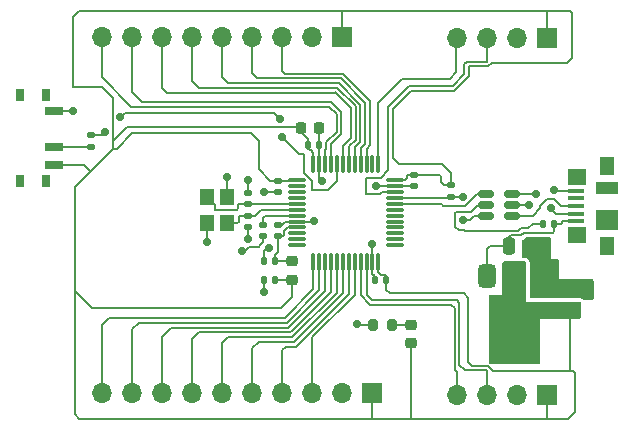
<source format=gbr>
%TF.GenerationSoftware,KiCad,Pcbnew,8.0.5*%
%TF.CreationDate,2024-11-08T16:32:20+02:00*%
%TF.ProjectId,FirstTrace,46697273-7454-4726-9163-652e6b696361,1.0*%
%TF.SameCoordinates,Original*%
%TF.FileFunction,Copper,L1,Top*%
%TF.FilePolarity,Positive*%
%FSLAX46Y46*%
G04 Gerber Fmt 4.6, Leading zero omitted, Abs format (unit mm)*
G04 Created by KiCad (PCBNEW 8.0.5) date 2024-11-08 16:32:20*
%MOMM*%
%LPD*%
G01*
G04 APERTURE LIST*
G04 Aperture macros list*
%AMRoundRect*
0 Rectangle with rounded corners*
0 $1 Rounding radius*
0 $2 $3 $4 $5 $6 $7 $8 $9 X,Y pos of 4 corners*
0 Add a 4 corners polygon primitive as box body*
4,1,4,$2,$3,$4,$5,$6,$7,$8,$9,$2,$3,0*
0 Add four circle primitives for the rounded corners*
1,1,$1+$1,$2,$3*
1,1,$1+$1,$4,$5*
1,1,$1+$1,$6,$7*
1,1,$1+$1,$8,$9*
0 Add four rect primitives between the rounded corners*
20,1,$1+$1,$2,$3,$4,$5,0*
20,1,$1+$1,$4,$5,$6,$7,0*
20,1,$1+$1,$6,$7,$8,$9,0*
20,1,$1+$1,$8,$9,$2,$3,0*%
G04 Aperture macros list end*
%TA.AperFunction,SMDPad,CuDef*%
%ADD10RoundRect,0.140000X-0.170000X0.140000X-0.170000X-0.140000X0.170000X-0.140000X0.170000X0.140000X0*%
%TD*%
%TA.AperFunction,SMDPad,CuDef*%
%ADD11R,0.800000X1.000000*%
%TD*%
%TA.AperFunction,SMDPad,CuDef*%
%ADD12R,1.500000X0.700000*%
%TD*%
%TA.AperFunction,ComponentPad*%
%ADD13R,1.700000X1.700000*%
%TD*%
%TA.AperFunction,ComponentPad*%
%ADD14O,1.700000X1.700000*%
%TD*%
%TA.AperFunction,SMDPad,CuDef*%
%ADD15RoundRect,0.375000X-0.375000X0.625000X-0.375000X-0.625000X0.375000X-0.625000X0.375000X0.625000X0*%
%TD*%
%TA.AperFunction,SMDPad,CuDef*%
%ADD16RoundRect,0.500000X-1.400000X0.500000X-1.400000X-0.500000X1.400000X-0.500000X1.400000X0.500000X0*%
%TD*%
%TA.AperFunction,SMDPad,CuDef*%
%ADD17R,1.200000X1.400000*%
%TD*%
%TA.AperFunction,SMDPad,CuDef*%
%ADD18RoundRect,0.250000X0.475000X-0.250000X0.475000X0.250000X-0.475000X0.250000X-0.475000X-0.250000X0*%
%TD*%
%TA.AperFunction,SMDPad,CuDef*%
%ADD19RoundRect,0.135000X-0.185000X0.135000X-0.185000X-0.135000X0.185000X-0.135000X0.185000X0.135000X0*%
%TD*%
%TA.AperFunction,SMDPad,CuDef*%
%ADD20RoundRect,0.218750X-0.256250X0.218750X-0.256250X-0.218750X0.256250X-0.218750X0.256250X0.218750X0*%
%TD*%
%TA.AperFunction,SMDPad,CuDef*%
%ADD21RoundRect,0.200000X0.200000X0.275000X-0.200000X0.275000X-0.200000X-0.275000X0.200000X-0.275000X0*%
%TD*%
%TA.AperFunction,SMDPad,CuDef*%
%ADD22RoundRect,0.140000X0.140000X0.170000X-0.140000X0.170000X-0.140000X-0.170000X0.140000X-0.170000X0*%
%TD*%
%TA.AperFunction,SMDPad,CuDef*%
%ADD23R,1.380000X0.450000*%
%TD*%
%TA.AperFunction,SMDPad,CuDef*%
%ADD24R,1.300000X1.650000*%
%TD*%
%TA.AperFunction,SMDPad,CuDef*%
%ADD25R,1.550000X1.425000*%
%TD*%
%TA.AperFunction,SMDPad,CuDef*%
%ADD26R,1.900000X1.800000*%
%TD*%
%TA.AperFunction,SMDPad,CuDef*%
%ADD27R,1.900000X1.000000*%
%TD*%
%TA.AperFunction,SMDPad,CuDef*%
%ADD28RoundRect,0.075000X-0.662500X-0.075000X0.662500X-0.075000X0.662500X0.075000X-0.662500X0.075000X0*%
%TD*%
%TA.AperFunction,SMDPad,CuDef*%
%ADD29RoundRect,0.075000X-0.075000X-0.662500X0.075000X-0.662500X0.075000X0.662500X-0.075000X0.662500X0*%
%TD*%
%TA.AperFunction,SMDPad,CuDef*%
%ADD30RoundRect,0.140000X0.170000X-0.140000X0.170000X0.140000X-0.170000X0.140000X-0.170000X-0.140000X0*%
%TD*%
%TA.AperFunction,SMDPad,CuDef*%
%ADD31RoundRect,0.140000X-0.140000X-0.170000X0.140000X-0.170000X0.140000X0.170000X-0.140000X0.170000X0*%
%TD*%
%TA.AperFunction,SMDPad,CuDef*%
%ADD32RoundRect,0.225000X-0.225000X-0.250000X0.225000X-0.250000X0.225000X0.250000X-0.225000X0.250000X0*%
%TD*%
%TA.AperFunction,SMDPad,CuDef*%
%ADD33RoundRect,0.135000X0.185000X-0.135000X0.185000X0.135000X-0.185000X0.135000X-0.185000X-0.135000X0*%
%TD*%
%TA.AperFunction,SMDPad,CuDef*%
%ADD34RoundRect,0.250000X-0.250000X-0.475000X0.250000X-0.475000X0.250000X0.475000X-0.250000X0.475000X0*%
%TD*%
%TA.AperFunction,SMDPad,CuDef*%
%ADD35RoundRect,0.150000X0.512500X0.150000X-0.512500X0.150000X-0.512500X-0.150000X0.512500X-0.150000X0*%
%TD*%
%TA.AperFunction,SMDPad,CuDef*%
%ADD36RoundRect,0.147500X0.147500X0.172500X-0.147500X0.172500X-0.147500X-0.172500X0.147500X-0.172500X0*%
%TD*%
%TA.AperFunction,ViaPad*%
%ADD37C,0.700000*%
%TD*%
%TA.AperFunction,Conductor*%
%ADD38C,0.200000*%
%TD*%
G04 APERTURE END LIST*
D10*
%TO.P,C1,1*%
%TO.N,+3.3V*%
X156580000Y-96840000D03*
%TO.P,C1,2*%
%TO.N,GND*%
X156580000Y-97800000D03*
%TD*%
D11*
%TO.P,SW1,*%
%TO.N,*%
X136965000Y-89580000D03*
X134755000Y-89580000D03*
X136965000Y-96880000D03*
X134755000Y-96880000D03*
D12*
%TO.P,SW1,1,A*%
%TO.N,GND*%
X137615000Y-90980000D03*
%TO.P,SW1,2,B*%
%TO.N,/SW_BOOT0*%
X137615000Y-93980000D03*
%TO.P,SW1,3,C*%
%TO.N,+3.3V*%
X137615000Y-95480000D03*
%TD*%
D13*
%TO.P,J3,1,Pin_1*%
%TO.N,+3.3V*%
X162060000Y-84720000D03*
D14*
%TO.P,J3,2,Pin_2*%
%TO.N,GND*%
X159520000Y-84720000D03*
%TO.P,J3,3,Pin_3*%
%TO.N,PB3*%
X156980000Y-84720000D03*
%TO.P,J3,4,Pin_4*%
%TO.N,PB4*%
X154440000Y-84720000D03*
%TO.P,J3,5,Pin_5*%
%TO.N,PB5*%
X151900000Y-84720000D03*
%TO.P,J3,6,Pin_6*%
%TO.N,PB6*%
X149360000Y-84720000D03*
%TO.P,J3,7,Pin_7*%
%TO.N,PB7*%
X146820000Y-84720000D03*
%TO.P,J3,8,Pin_8*%
%TO.N,PB8*%
X144280000Y-84720000D03*
%TO.P,J3,9,Pin_9*%
%TO.N,PB9*%
X141740000Y-84720000D03*
%TD*%
D15*
%TO.P,U3,1,GND*%
%TO.N,GND*%
X178930000Y-104890000D03*
%TO.P,U3,2,VO*%
%TO.N,+3.3V*%
X176630000Y-104890000D03*
D16*
X176630000Y-111190000D03*
D15*
%TO.P,U3,3,VI*%
%TO.N,VBUS*%
X174330000Y-104890000D03*
%TD*%
D17*
%TO.P,Y1,1,1*%
%TO.N,/HSE_IN*%
X150600000Y-98210000D03*
%TO.P,Y1,2,2*%
%TO.N,GND*%
X150600000Y-100410000D03*
%TO.P,Y1,3,3*%
%TO.N,/HSE_OUT*%
X152300000Y-100410000D03*
%TO.P,Y1,4,4*%
%TO.N,GND*%
X152300000Y-98210000D03*
%TD*%
D18*
%TO.P,C13,1*%
%TO.N,+3.3V*%
X181350000Y-108000000D03*
%TO.P,C13,2*%
%TO.N,GND*%
X181350000Y-106100000D03*
%TD*%
D19*
%TO.P,R2,1*%
%TO.N,+3.3V*%
X171260000Y-97200000D03*
%TO.P,R2,2*%
%TO.N,USB_D+*%
X171260000Y-98220000D03*
%TD*%
D20*
%TO.P,FB1,1*%
%TO.N,+3.3VA*%
X157790000Y-103672500D03*
%TO.P,FB1,2*%
%TO.N,+3.3V*%
X157790000Y-105247500D03*
%TD*%
D21*
%TO.P,R3,1*%
%TO.N,Net-(D1-K)*%
X166300000Y-109030000D03*
%TO.P,R3,2*%
%TO.N,GND*%
X164650000Y-109030000D03*
%TD*%
D22*
%TO.P,C10,1*%
%TO.N,+3.3VA*%
X156400000Y-103670000D03*
%TO.P,C10,2*%
%TO.N,GND*%
X155440000Y-103670000D03*
%TD*%
D20*
%TO.P,D1,1,K*%
%TO.N,Net-(D1-K)*%
X167870000Y-109050000D03*
%TO.P,D1,2,A*%
%TO.N,+3.3V*%
X167870000Y-110625000D03*
%TD*%
D23*
%TO.P,J1,1,VBUS*%
%TO.N,VBUS*%
X181805000Y-100302500D03*
%TO.P,J1,2,D-*%
%TO.N,D-*%
X181805000Y-99652500D03*
%TO.P,J1,3,D+*%
%TO.N,D+*%
X181805000Y-99002500D03*
%TO.P,J1,4,ID*%
%TO.N,unconnected-(J1-ID-Pad4)*%
X181805000Y-98352500D03*
%TO.P,J1,5,GND*%
%TO.N,GND*%
X181805000Y-97702500D03*
D24*
%TO.P,J1,6,Shield*%
%TO.N,unconnected-(J1-Shield-Pad6)_5*%
X184465000Y-102377500D03*
D25*
%TO.N,unconnected-(J1-Shield-Pad6)_2*%
X181890000Y-101490000D03*
D26*
%TO.N,unconnected-(J1-Shield-Pad6)*%
X184465000Y-100152500D03*
D27*
%TO.N,unconnected-(J1-Shield-Pad6)_4*%
X184465000Y-97452500D03*
D25*
%TO.N,unconnected-(J1-Shield-Pad6)_3*%
X181890000Y-96515000D03*
D24*
%TO.N,unconnected-(J1-Shield-Pad6)_1*%
X184465000Y-95627500D03*
%TD*%
D28*
%TO.P,U1,1,VBAT*%
%TO.N,+3.3V*%
X158197500Y-96810000D03*
%TO.P,U1,2,PC13*%
%TO.N,unconnected-(U1-PC13-Pad2)*%
X158197500Y-97310000D03*
%TO.P,U1,3,PC14*%
%TO.N,unconnected-(U1-PC14-Pad3)*%
X158197500Y-97810000D03*
%TO.P,U1,4,PC15*%
%TO.N,unconnected-(U1-PC15-Pad4)*%
X158197500Y-98310000D03*
%TO.P,U1,5,PD0*%
%TO.N,/HSE_IN*%
X158197500Y-98810000D03*
%TO.P,U1,6,PD1*%
%TO.N,/HSE_OUT*%
X158197500Y-99310000D03*
%TO.P,U1,7,NRST*%
%TO.N,/NRST*%
X158197500Y-99810000D03*
%TO.P,U1,8,VSSA*%
%TO.N,GND*%
X158197500Y-100310000D03*
%TO.P,U1,9,VDDA*%
%TO.N,+3.3VA*%
X158197500Y-100810000D03*
%TO.P,U1,10,PA0*%
%TO.N,unconnected-(U1-PA0-Pad10)*%
X158197500Y-101310000D03*
%TO.P,U1,11,PA1*%
%TO.N,unconnected-(U1-PA1-Pad11)*%
X158197500Y-101810000D03*
%TO.P,U1,12,PA2*%
%TO.N,unconnected-(U1-PA2-Pad12)*%
X158197500Y-102310000D03*
D29*
%TO.P,U1,13,PA3*%
%TO.N,PA3*%
X159610000Y-103722500D03*
%TO.P,U1,14,PA4*%
%TO.N,PA4*%
X160110000Y-103722500D03*
%TO.P,U1,15,PA5*%
%TO.N,PA5*%
X160610000Y-103722500D03*
%TO.P,U1,16,PA6*%
%TO.N,PA6*%
X161110000Y-103722500D03*
%TO.P,U1,17,PA7*%
%TO.N,PA7*%
X161610000Y-103722500D03*
%TO.P,U1,18,PB0*%
%TO.N,PB0*%
X162110000Y-103722500D03*
%TO.P,U1,19,PB1*%
%TO.N,PB1*%
X162610000Y-103722500D03*
%TO.P,U1,20,PB2*%
%TO.N,PB2*%
X163110000Y-103722500D03*
%TO.P,U1,21,PB10*%
%TO.N,PB10*%
X163610000Y-103722500D03*
%TO.P,U1,22,PB11*%
%TO.N,PB11*%
X164110000Y-103722500D03*
%TO.P,U1,23,VSS*%
%TO.N,GND*%
X164610000Y-103722500D03*
%TO.P,U1,24,VDD*%
%TO.N,+3.3V*%
X165110000Y-103722500D03*
D28*
%TO.P,U1,25,PB12*%
%TO.N,unconnected-(U1-PB12-Pad25)*%
X166522500Y-102310000D03*
%TO.P,U1,26,PB13*%
%TO.N,unconnected-(U1-PB13-Pad26)*%
X166522500Y-101810000D03*
%TO.P,U1,27,PB14*%
%TO.N,unconnected-(U1-PB14-Pad27)*%
X166522500Y-101310000D03*
%TO.P,U1,28,PB15*%
%TO.N,unconnected-(U1-PB15-Pad28)*%
X166522500Y-100810000D03*
%TO.P,U1,29,PA8*%
%TO.N,unconnected-(U1-PA8-Pad29)*%
X166522500Y-100310000D03*
%TO.P,U1,30,PA9*%
%TO.N,unconnected-(U1-PA9-Pad30)*%
X166522500Y-99810000D03*
%TO.P,U1,31,PA10*%
%TO.N,unconnected-(U1-PA10-Pad31)*%
X166522500Y-99310000D03*
%TO.P,U1,32,PA11*%
%TO.N,USB_D-*%
X166522500Y-98810000D03*
%TO.P,U1,33,PA12*%
%TO.N,USB_D+*%
X166522500Y-98310000D03*
%TO.P,U1,34,PA13*%
%TO.N,SWDIO*%
X166522500Y-97810000D03*
%TO.P,U1,35,VSS*%
%TO.N,GND*%
X166522500Y-97310000D03*
%TO.P,U1,36,VDD*%
%TO.N,+3.3V*%
X166522500Y-96810000D03*
D29*
%TO.P,U1,37,PA14*%
%TO.N,SWCLK*%
X165110000Y-95397500D03*
%TO.P,U1,38,PA15*%
%TO.N,unconnected-(U1-PA15-Pad38)*%
X164610000Y-95397500D03*
%TO.P,U1,39,PB3*%
%TO.N,PB3*%
X164110000Y-95397500D03*
%TO.P,U1,40,PB4*%
%TO.N,PB4*%
X163610000Y-95397500D03*
%TO.P,U1,41,PB5*%
%TO.N,PB5*%
X163110000Y-95397500D03*
%TO.P,U1,42,PB6*%
%TO.N,PB6*%
X162610000Y-95397500D03*
%TO.P,U1,43,PB7*%
%TO.N,PB7*%
X162110000Y-95397500D03*
%TO.P,U1,44,BOOT0*%
%TO.N,/BOOT0*%
X161610000Y-95397500D03*
%TO.P,U1,45,PB8*%
%TO.N,PB8*%
X161110000Y-95397500D03*
%TO.P,U1,46,PB9*%
%TO.N,PB9*%
X160610000Y-95397500D03*
%TO.P,U1,47,VSS*%
%TO.N,GND*%
X160110000Y-95397500D03*
%TO.P,U1,48,VDD*%
%TO.N,+3.3V*%
X159610000Y-95397500D03*
%TD*%
D22*
%TO.P,C11,1*%
%TO.N,+3.3V*%
X156400000Y-105240000D03*
%TO.P,C11,2*%
%TO.N,GND*%
X155440000Y-105240000D03*
%TD*%
D13*
%TO.P,J4,1,Pin_1*%
%TO.N,+3.3V*%
X179350000Y-114980000D03*
D14*
%TO.P,J4,2,Pin_2*%
%TO.N,GND*%
X176810000Y-114980000D03*
%TO.P,J4,3,Pin_3*%
%TO.N,PB11*%
X174270000Y-114980000D03*
%TO.P,J4,4,Pin_4*%
%TO.N,PB10*%
X171730000Y-114980000D03*
%TD*%
D30*
%TO.P,C7,1*%
%TO.N,/HSE_IN*%
X154080000Y-98850000D03*
%TO.P,C7,2*%
%TO.N,GND*%
X154080000Y-97890000D03*
%TD*%
D10*
%TO.P,C3,1*%
%TO.N,+3.3V*%
X168120000Y-96370000D03*
%TO.P,C3,2*%
%TO.N,GND*%
X168120000Y-97330000D03*
%TD*%
D31*
%TO.P,C4,1*%
%TO.N,+3.3V*%
X159160000Y-93800000D03*
%TO.P,C4,2*%
%TO.N,GND*%
X160120000Y-93800000D03*
%TD*%
D32*
%TO.P,C5,1*%
%TO.N,+3.3V*%
X158560000Y-92430000D03*
%TO.P,C5,2*%
%TO.N,GND*%
X160110000Y-92430000D03*
%TD*%
D10*
%TO.P,C8,1*%
%TO.N,/HSE_OUT*%
X154110000Y-99800000D03*
%TO.P,C8,2*%
%TO.N,GND*%
X154110000Y-100760000D03*
%TD*%
D33*
%TO.P,R1,1*%
%TO.N,/SW_BOOT0*%
X140770000Y-93980000D03*
%TO.P,R1,2*%
%TO.N,/BOOT0*%
X140770000Y-92960000D03*
%TD*%
D30*
%TO.P,C9,1*%
%TO.N,+3.3VA*%
X156610000Y-101560000D03*
%TO.P,C9,2*%
%TO.N,GND*%
X156610000Y-100600000D03*
%TD*%
D34*
%TO.P,C12,1*%
%TO.N,VBUS*%
X176190000Y-102410000D03*
%TO.P,C12,2*%
%TO.N,GND*%
X178090000Y-102410000D03*
%TD*%
D13*
%TO.P,J2,1,Pin_1*%
%TO.N,+3.3V*%
X179350000Y-84730000D03*
D14*
%TO.P,J2,2,Pin_2*%
%TO.N,GND*%
X176810000Y-84730000D03*
%TO.P,J2,3,Pin_3*%
%TO.N,SWDIO*%
X174270000Y-84730000D03*
%TO.P,J2,4,Pin_4*%
%TO.N,SWCLK*%
X171730000Y-84730000D03*
%TD*%
D10*
%TO.P,C6,1*%
%TO.N,/NRST*%
X155380000Y-100580000D03*
%TO.P,C6,2*%
%TO.N,GND*%
X155380000Y-101540000D03*
%TD*%
D35*
%TO.P,U2,1,I/O1*%
%TO.N,D+*%
X176467500Y-99852500D03*
%TO.P,U2,2,GND*%
%TO.N,GND*%
X176467500Y-98902500D03*
%TO.P,U2,3,I/O2*%
%TO.N,D-*%
X176467500Y-97952500D03*
%TO.P,U2,4,I/O2*%
%TO.N,USB_D-*%
X174192500Y-97952500D03*
%TO.P,U2,5,VBUS*%
%TO.N,+5V*%
X174192500Y-98902500D03*
%TO.P,U2,6,I/O1*%
%TO.N,USB_D+*%
X174192500Y-99852500D03*
%TD*%
D36*
%TO.P,F1,1*%
%TO.N,VBUS*%
X180010000Y-100490000D03*
%TO.P,F1,2*%
%TO.N,+5V*%
X179040000Y-100490000D03*
%TD*%
D13*
%TO.P,J5,1,Pin_1*%
%TO.N,+3.3V*%
X164610000Y-114830000D03*
D14*
%TO.P,J5,2,Pin_2*%
%TO.N,GND*%
X162070000Y-114830000D03*
%TO.P,J5,3,Pin_3*%
%TO.N,PB2*%
X159530000Y-114830000D03*
%TO.P,J5,4,Pin_4*%
%TO.N,PB1*%
X156990000Y-114830000D03*
%TO.P,J5,5,Pin_5*%
%TO.N,PB0*%
X154450000Y-114830000D03*
%TO.P,J5,6,Pin_6*%
%TO.N,PA7*%
X151910000Y-114830000D03*
%TO.P,J5,7,Pin_7*%
%TO.N,PA6*%
X149370000Y-114830000D03*
%TO.P,J5,8,Pin_8*%
%TO.N,PA5*%
X146830000Y-114830000D03*
%TO.P,J5,9,Pin_9*%
%TO.N,PA4*%
X144290000Y-114830000D03*
%TO.P,J5,10,Pin_10*%
%TO.N,PA3*%
X141750000Y-114830000D03*
%TD*%
D22*
%TO.P,C2,1*%
%TO.N,+3.3V*%
X165800000Y-105260000D03*
%TO.P,C2,2*%
%TO.N,GND*%
X164840000Y-105260000D03*
%TD*%
D37*
%TO.N,GND*%
X179440000Y-106400000D03*
X179360000Y-102770000D03*
X180020000Y-97680000D03*
X153580000Y-102810000D03*
X177890000Y-98910000D03*
X179340000Y-102040000D03*
X163340000Y-109020000D03*
X152310000Y-96540000D03*
X164930000Y-97320000D03*
X154110000Y-101780000D03*
X155430000Y-97800000D03*
X164590000Y-102240000D03*
X150630000Y-102050000D03*
X139250000Y-90970000D03*
X178660000Y-106410000D03*
X182880000Y-106110000D03*
X155430000Y-106310000D03*
X159670000Y-100300000D03*
X160370000Y-96880000D03*
X155860000Y-102560000D03*
X154070000Y-96820000D03*
%TO.N,D-*%
X178462500Y-97952500D03*
X179720000Y-99190000D03*
%TO.N,/BOOT0*%
X141980000Y-92770000D03*
X156820000Y-91640000D03*
X156990000Y-93170000D03*
X143280000Y-91490000D03*
%TO.N,USB_D+*%
X172280380Y-98210380D03*
X172320000Y-100200000D03*
%TD*%
D38*
%TO.N,+3.3V*%
X139760000Y-116990000D02*
X139400000Y-116630000D01*
X172740000Y-111670000D02*
X172740000Y-112240000D01*
X174715685Y-86880000D02*
X181050000Y-86880000D01*
X167600000Y-96370000D02*
X167560000Y-96410000D01*
X142630000Y-94170000D02*
X142630000Y-93470000D01*
X159420000Y-94290000D02*
X159310000Y-94290000D01*
X181780000Y-116420000D02*
X181210000Y-116990000D01*
X167720000Y-116990000D02*
X164580000Y-116990000D01*
X155970000Y-96840000D02*
X155030000Y-95900000D01*
X156840000Y-107620000D02*
X140830000Y-107620000D01*
X167872843Y-89242843D02*
X171542843Y-89242843D01*
X142950000Y-94170000D02*
X142630000Y-94170000D01*
X167560000Y-96600000D02*
X167350000Y-96810000D01*
X139780000Y-82480000D02*
X162020000Y-82480000D01*
X139240000Y-83020000D02*
X139780000Y-82480000D01*
X179350000Y-82670000D02*
X179350000Y-84730000D01*
X181350000Y-112930000D02*
X181610000Y-112930000D01*
X166100000Y-106370000D02*
X172340000Y-106370000D01*
X158850000Y-92290000D02*
X143810000Y-92290000D01*
X170470000Y-95420000D02*
X171260000Y-96210000D01*
X168170000Y-116990000D02*
X167890000Y-116990000D01*
X140690000Y-95990000D02*
X140180000Y-95480000D01*
X165800000Y-105260000D02*
X165800000Y-106070000D01*
X170450000Y-97000000D02*
X170650000Y-97200000D01*
X167890000Y-116990000D02*
X167720000Y-116990000D01*
X166850000Y-95420000D02*
X166370000Y-94940000D01*
X174435685Y-87160000D02*
X174715685Y-86880000D01*
X181350000Y-112510000D02*
X181350000Y-112770000D01*
X172790000Y-87995686D02*
X172790000Y-87180000D01*
X179340000Y-116990000D02*
X168170000Y-116990000D01*
X181490000Y-82630000D02*
X181340000Y-82480000D01*
X165800000Y-106070000D02*
X166100000Y-106370000D01*
X171542843Y-89242843D02*
X172790000Y-87995686D01*
X172810000Y-87160000D02*
X174435685Y-87160000D01*
X140180000Y-95480000D02*
X139390000Y-95480000D01*
X165110000Y-104593866D02*
X165336134Y-104820000D01*
X162020000Y-82480000D02*
X179380000Y-82480000D01*
X154330000Y-92830000D02*
X144290000Y-92830000D01*
X170470000Y-95420000D02*
X166850000Y-95420000D01*
X144290000Y-92830000D02*
X142950000Y-94170000D01*
X162060000Y-84720000D02*
X162060000Y-82520000D01*
X181050000Y-86880000D02*
X181490000Y-86440000D01*
X165740000Y-104820000D02*
X165800000Y-104880000D01*
X158167500Y-96840000D02*
X158197500Y-96810000D01*
X167560000Y-96410000D02*
X167560000Y-96600000D01*
X164610000Y-116860000D02*
X164610000Y-114830000D01*
X155030000Y-93530000D02*
X154330000Y-92830000D01*
X181210000Y-116990000D02*
X179340000Y-116990000D01*
X172730000Y-106760000D02*
X172730000Y-111660000D01*
X171260000Y-96210000D02*
X171260000Y-97200000D01*
X179380000Y-82640000D02*
X179350000Y-82670000D01*
X172340000Y-106370000D02*
X172730000Y-106760000D01*
X173010000Y-112510000D02*
X174395686Y-112510000D01*
X159160000Y-93800000D02*
X159160000Y-93350000D01*
X139400000Y-116630000D02*
X139400000Y-106190000D01*
X181490000Y-86440000D02*
X181490000Y-82630000D01*
X156580000Y-96840000D02*
X155970000Y-96840000D01*
X159310000Y-94290000D02*
X159160000Y-94140000D01*
X140810000Y-95990000D02*
X140690000Y-95990000D01*
X140830000Y-107620000D02*
X139400000Y-106190000D01*
X139400000Y-97400000D02*
X140810000Y-95990000D01*
X164580000Y-116990000D02*
X139760000Y-116990000D01*
X162060000Y-82520000D02*
X162020000Y-82480000D01*
X156400000Y-105240000D02*
X157782500Y-105240000D01*
X157790000Y-105247500D02*
X157790000Y-106670000D01*
X181340000Y-82480000D02*
X179380000Y-82480000D01*
X181350000Y-112770000D02*
X181350000Y-112930000D01*
X168120000Y-96370000D02*
X167600000Y-96370000D01*
X142630000Y-94170000D02*
X140810000Y-95990000D01*
X142630000Y-89890000D02*
X141680000Y-88940000D01*
X155030000Y-95900000D02*
X155030000Y-93530000D01*
X159610000Y-95397500D02*
X159610000Y-94480000D01*
X172740000Y-112240000D02*
X173010000Y-112510000D01*
X157782500Y-105240000D02*
X157790000Y-105247500D01*
X165800000Y-104880000D02*
X165800000Y-105260000D01*
X170450000Y-96520000D02*
X170450000Y-97000000D01*
X156580000Y-96840000D02*
X158167500Y-96840000D01*
X164580000Y-116890000D02*
X164610000Y-116860000D01*
X167350000Y-96810000D02*
X166522500Y-96810000D01*
X137615000Y-95480000D02*
X139390000Y-95480000D01*
X179350000Y-114980000D02*
X179350000Y-116980000D01*
X157790000Y-106670000D02*
X156840000Y-107620000D01*
X139240000Y-88940000D02*
X139240000Y-83020000D01*
X165110000Y-103722500D02*
X165110000Y-104593866D01*
X139400000Y-106190000D02*
X139400000Y-97400000D01*
X167870000Y-110625000D02*
X167870000Y-116970000D01*
X142630000Y-93470000D02*
X142630000Y-89890000D01*
X174395686Y-112510000D02*
X174815686Y-112930000D01*
X181780000Y-113100000D02*
X181780000Y-116420000D01*
X181610000Y-112930000D02*
X181780000Y-113100000D01*
X166370000Y-90745686D02*
X167872843Y-89242843D01*
X158560000Y-92750000D02*
X158560000Y-92430000D01*
X159160000Y-93350000D02*
X158560000Y-92750000D01*
X170300000Y-96370000D02*
X170450000Y-96520000D01*
X172730000Y-111660000D02*
X172740000Y-111670000D01*
X172790000Y-87180000D02*
X172810000Y-87160000D01*
X165336134Y-104820000D02*
X165740000Y-104820000D01*
X181350000Y-108000000D02*
X181350000Y-112510000D01*
X159610000Y-94480000D02*
X159420000Y-94290000D01*
X179350000Y-116980000D02*
X179340000Y-116990000D01*
X174815686Y-112930000D02*
X181350000Y-112930000D01*
X141680000Y-88940000D02*
X139240000Y-88940000D01*
X167870000Y-116970000D02*
X167890000Y-116990000D01*
X179380000Y-82480000D02*
X179380000Y-82640000D01*
X164580000Y-116990000D02*
X164580000Y-116890000D01*
X166370000Y-94940000D02*
X166370000Y-90745686D01*
X143810000Y-92290000D02*
X142630000Y-93470000D01*
X168120000Y-96370000D02*
X170300000Y-96370000D01*
X159160000Y-94140000D02*
X159160000Y-93800000D01*
X170650000Y-97200000D02*
X171260000Y-97200000D01*
%TO.N,GND*%
X150610000Y-101810000D02*
X150610000Y-102030000D01*
X137615000Y-90980000D02*
X139240000Y-90980000D01*
X176467500Y-98902500D02*
X177902500Y-98902500D01*
X155440000Y-102830000D02*
X155430000Y-102820000D01*
X155440000Y-106300000D02*
X155430000Y-106310000D01*
X154080000Y-97890000D02*
X154080000Y-97080000D01*
X150600000Y-100410000D02*
X150600000Y-101800000D01*
X155380000Y-102040000D02*
X155120000Y-102300000D01*
X152300000Y-96550000D02*
X152310000Y-96540000D01*
X160110000Y-95397500D02*
X160110000Y-93810000D01*
X154110000Y-100760000D02*
X154110000Y-101780000D01*
X180042500Y-97702500D02*
X180020000Y-97680000D01*
X164610000Y-103722500D02*
X164610000Y-104730000D01*
X160120000Y-93800000D02*
X160120000Y-93280000D01*
X154070000Y-97070000D02*
X154070000Y-96820000D01*
X163350000Y-109030000D02*
X163340000Y-109020000D01*
X168120000Y-97330000D02*
X166542500Y-97330000D01*
X155440000Y-105240000D02*
X155440000Y-106300000D01*
X156940000Y-100600000D02*
X157230000Y-100310000D01*
X160110000Y-93810000D02*
X160120000Y-93800000D01*
X150600000Y-101800000D02*
X150610000Y-101810000D01*
X164610000Y-102260000D02*
X164590000Y-102240000D01*
X164840000Y-104960000D02*
X164840000Y-105260000D01*
X152300000Y-98210000D02*
X152300000Y-96690000D01*
X155610000Y-97800000D02*
X155430000Y-97800000D01*
X155120000Y-102300000D02*
X154980000Y-102440000D01*
X164940000Y-97310000D02*
X164930000Y-97320000D01*
X156580000Y-97800000D02*
X155610000Y-97800000D01*
X153830000Y-102810000D02*
X153580000Y-102810000D01*
X154200000Y-102440000D02*
X153830000Y-102810000D01*
X155380000Y-101540000D02*
X155380000Y-102040000D01*
X166522500Y-97310000D02*
X164940000Y-97310000D01*
X157230000Y-100310000D02*
X158197500Y-100310000D01*
X164610000Y-103722500D02*
X164610000Y-102260000D01*
X139240000Y-90980000D02*
X139250000Y-90970000D01*
X154980000Y-102440000D02*
X154200000Y-102440000D01*
X164620000Y-103732500D02*
X164610000Y-103722500D01*
X177902500Y-98902500D02*
X177897500Y-98902500D01*
X164610000Y-104730000D02*
X164840000Y-104960000D01*
X160110000Y-96620000D02*
X160370000Y-96880000D01*
X150610000Y-102030000D02*
X150630000Y-102050000D01*
X166542500Y-97330000D02*
X166522500Y-97310000D01*
X155440000Y-103670000D02*
X155440000Y-102830000D01*
X155430000Y-102820000D02*
X155690000Y-102560000D01*
X154080000Y-97080000D02*
X154070000Y-97070000D01*
X158197500Y-100310000D02*
X159660000Y-100310000D01*
X164650000Y-109030000D02*
X163350000Y-109030000D01*
X155690000Y-102560000D02*
X155860000Y-102560000D01*
X152300000Y-96690000D02*
X152300000Y-96550000D01*
X160110000Y-95397500D02*
X160110000Y-96620000D01*
X156610000Y-100600000D02*
X156940000Y-100600000D01*
X160120000Y-93280000D02*
X160110000Y-93270000D01*
X159660000Y-100310000D02*
X159670000Y-100300000D01*
X160110000Y-93270000D02*
X160110000Y-92430000D01*
X181805000Y-97702500D02*
X180042500Y-97702500D01*
X177897500Y-98902500D02*
X177890000Y-98910000D01*
%TO.N,/NRST*%
X155550000Y-99810000D02*
X155380000Y-99980000D01*
X158197500Y-99810000D02*
X155550000Y-99810000D01*
X155380000Y-99980000D02*
X155380000Y-100580000D01*
%TO.N,/HSE_IN*%
X151260000Y-99290000D02*
X151260000Y-98870000D01*
X154080000Y-98850000D02*
X153230000Y-98850000D01*
X153230000Y-98850000D02*
X153230000Y-99180000D01*
X158197500Y-98810000D02*
X154120000Y-98810000D01*
X154120000Y-98810000D02*
X154080000Y-98850000D01*
X151260000Y-98870000D02*
X150600000Y-98210000D01*
X153120000Y-99290000D02*
X151260000Y-99290000D01*
X153230000Y-99180000D02*
X153120000Y-99290000D01*
%TO.N,/HSE_OUT*%
X154670000Y-99800000D02*
X154110000Y-99800000D01*
X153160000Y-100410000D02*
X152300000Y-100410000D01*
X153180000Y-100430000D02*
X153160000Y-100410000D01*
X154110000Y-99800000D02*
X153350000Y-99800000D01*
X158197500Y-99310000D02*
X155160000Y-99310000D01*
X153290000Y-99860000D02*
X153290000Y-100320000D01*
X153290000Y-100320000D02*
X153180000Y-100430000D01*
X155160000Y-99310000D02*
X154670000Y-99800000D01*
X153350000Y-99800000D02*
X153290000Y-99860000D01*
%TO.N,+3.3VA*%
X156610000Y-101560000D02*
X157010000Y-101560000D01*
X157427590Y-100810000D02*
X158197500Y-100810000D01*
X156610000Y-102910000D02*
X156610000Y-101560000D01*
X156400000Y-103120000D02*
X156610000Y-102910000D01*
X156400000Y-103670000D02*
X156400000Y-103120000D01*
X157010000Y-101560000D02*
X157160000Y-101410000D01*
X157160000Y-101077590D02*
X157427590Y-100810000D01*
X156400000Y-103670000D02*
X157787500Y-103670000D01*
X157160000Y-101410000D02*
X157160000Y-101077590D01*
X157787500Y-103670000D02*
X157790000Y-103672500D01*
%TO.N,VBUS*%
X179990000Y-101120000D02*
X179870000Y-101240000D01*
X174330000Y-102630000D02*
X174330000Y-104890000D01*
X181805000Y-100302500D02*
X180727500Y-100302500D01*
X180010000Y-101090000D02*
X179990000Y-101110000D01*
X179990000Y-101110000D02*
X179990000Y-101120000D01*
X177195686Y-101480000D02*
X176350000Y-101480000D01*
X176190000Y-101640000D02*
X176190000Y-102410000D01*
X176190000Y-102410000D02*
X174550000Y-102410000D01*
X180540000Y-100490000D02*
X180010000Y-100490000D01*
X180727500Y-100302500D02*
X180540000Y-100490000D01*
X177435686Y-101240000D02*
X177195686Y-101480000D01*
X180010000Y-100490000D02*
X180010000Y-101090000D01*
X179870000Y-101240000D02*
X177435686Y-101240000D01*
X174550000Y-102410000D02*
X174330000Y-102630000D01*
X176350000Y-101480000D02*
X176190000Y-101640000D01*
%TO.N,Net-(D1-K)*%
X167850000Y-109030000D02*
X167870000Y-109050000D01*
X166320000Y-109050000D02*
X166300000Y-109030000D01*
X166300000Y-109030000D02*
X167850000Y-109030000D01*
%TO.N,D-*%
X180172500Y-99652500D02*
X179720000Y-99200000D01*
X178462500Y-97952500D02*
X176467500Y-97952500D01*
X181805000Y-99652500D02*
X180172500Y-99652500D01*
X179720000Y-99200000D02*
X179720000Y-99190000D01*
%TO.N,D+*%
X180542500Y-99002500D02*
X179980000Y-98440000D01*
X179360000Y-98440000D02*
X178830000Y-98970000D01*
X178830000Y-99190000D02*
X178167500Y-99852500D01*
X178830000Y-98970000D02*
X178830000Y-99190000D01*
X181805000Y-99002500D02*
X180542500Y-99002500D01*
X179980000Y-98440000D02*
X179360000Y-98440000D01*
X178167500Y-99852500D02*
X176467500Y-99852500D01*
%TO.N,SWDIO*%
X165270000Y-97970000D02*
X164090000Y-97970000D01*
X166522500Y-97810000D02*
X165430000Y-97810000D01*
X164090000Y-97970000D02*
X164050000Y-97930000D01*
X172390000Y-86980000D02*
X172610000Y-86760000D01*
X164100000Y-96650000D02*
X165300000Y-96650000D01*
X165970000Y-95980000D02*
X165970000Y-90580000D01*
X165300000Y-96650000D02*
X165970000Y-95980000D01*
X171390000Y-88830000D02*
X172390000Y-87830000D01*
X172390000Y-87830000D02*
X172390000Y-86980000D01*
X167720000Y-88830000D02*
X171350000Y-88830000D01*
X165430000Y-97810000D02*
X165270000Y-97970000D01*
X164050000Y-97930000D02*
X164050000Y-96700000D01*
X172610000Y-86760000D02*
X174270000Y-86760000D01*
X174270000Y-86760000D02*
X174270000Y-84730000D01*
X164050000Y-96700000D02*
X164100000Y-96650000D01*
X165970000Y-90580000D02*
X167720000Y-88830000D01*
%TO.N,SWCLK*%
X171710000Y-84750000D02*
X171730000Y-84730000D01*
X171710000Y-87650000D02*
X171710000Y-84750000D01*
X165110000Y-95397500D02*
X165110000Y-90250000D01*
X171140000Y-88220000D02*
X171710000Y-87650000D01*
X165110000Y-90250000D02*
X167140000Y-88220000D01*
X167140000Y-88220000D02*
X171140000Y-88220000D01*
%TO.N,PB2*%
X159530000Y-110102744D02*
X159530000Y-114830000D01*
X163110000Y-106522744D02*
X159530000Y-110102744D01*
X163110000Y-103722500D02*
X163110000Y-106522744D01*
%TO.N,PB7*%
X162110000Y-95397500D02*
X162110000Y-93877506D01*
X162780000Y-93207506D02*
X162780000Y-90732942D01*
X161427058Y-89400000D02*
X147180000Y-89400000D01*
X162780000Y-90732942D02*
X161427058Y-89380000D01*
X146810000Y-84730000D02*
X146820000Y-84720000D01*
X162110000Y-93877506D02*
X162780000Y-93207506D01*
X147180000Y-89400000D02*
X146810000Y-89030000D01*
X146810000Y-89030000D02*
X146810000Y-84730000D01*
%TO.N,PB1*%
X162610000Y-106457058D02*
X158167058Y-110900000D01*
X156990000Y-111200000D02*
X156990000Y-114830000D01*
X158167058Y-110900000D02*
X157290000Y-110900000D01*
X157290000Y-110900000D02*
X156990000Y-111200000D01*
X162610000Y-103722500D02*
X162610000Y-106457058D01*
%TO.N,PB8*%
X161110001Y-94311820D02*
X161110001Y-93746134D01*
X161110001Y-93746134D02*
X161273068Y-93583068D01*
X145120000Y-90180000D02*
X144280000Y-89340000D01*
X161095686Y-90180000D02*
X145120000Y-90180000D01*
X144280000Y-89340000D02*
X144280000Y-84720000D01*
X161980000Y-91064314D02*
X161095686Y-90180000D01*
X161273068Y-93583068D02*
X161980000Y-92876136D01*
X161110000Y-94311820D02*
X161110001Y-94311820D01*
X161110000Y-95397500D02*
X161120000Y-95387500D01*
X161980000Y-92876136D02*
X161980000Y-91064314D01*
X161110000Y-95397500D02*
X161110000Y-94311820D01*
%TO.N,PB9*%
X141740000Y-88110000D02*
X141740000Y-84720000D01*
X144210000Y-90580000D02*
X141740000Y-88110000D01*
X160610000Y-95397500D02*
X160610000Y-94246135D01*
X160930000Y-90580000D02*
X144210000Y-90580000D01*
X160610000Y-94246135D02*
X160710001Y-94146134D01*
X161580000Y-91230000D02*
X160930000Y-90580000D01*
X161580000Y-92710450D02*
X161580000Y-91230000D01*
X160710001Y-94146134D02*
X160710000Y-93911819D01*
X160710000Y-93580450D02*
X161580000Y-92710450D01*
X160710000Y-93911819D02*
X160710000Y-93580450D01*
%TO.N,PB11*%
X164110000Y-106490000D02*
X164590000Y-106970000D01*
X164110000Y-103722500D02*
X164110000Y-106490000D01*
X171730000Y-106970000D02*
X171970000Y-107210000D01*
X164590000Y-106970000D02*
X171730000Y-106970000D01*
X171970000Y-112450000D02*
X172430000Y-112910000D01*
X171970000Y-107210000D02*
X171970000Y-112450000D01*
X174270000Y-112950000D02*
X174270000Y-114980000D01*
X172430000Y-112910000D02*
X174230000Y-112910000D01*
X174230000Y-112910000D02*
X174270000Y-112950000D01*
%TO.N,PB4*%
X163980000Y-90235884D02*
X161924116Y-88180000D01*
X154440000Y-87750000D02*
X154440000Y-84720000D01*
X163980000Y-93704564D02*
X163980000Y-90235884D01*
X163610000Y-94074564D02*
X163980000Y-93704564D01*
X161924116Y-88180000D02*
X154870000Y-88180000D01*
X154870000Y-88180000D02*
X154440000Y-87750000D01*
X163610000Y-95397500D02*
X163610000Y-94074564D01*
%TO.N,PB6*%
X149360000Y-88400000D02*
X149360000Y-84720000D01*
X162610000Y-95397500D02*
X162610000Y-93943192D01*
X163180000Y-93373192D02*
X163180000Y-90567256D01*
X162610000Y-93943192D02*
X163180000Y-93373192D01*
X149940000Y-88980000D02*
X149360000Y-88400000D01*
X163180000Y-90567256D02*
X161592744Y-88980000D01*
X161592744Y-88980000D02*
X149940000Y-88980000D01*
%TO.N,PB0*%
X158001372Y-110500000D02*
X155000000Y-110500000D01*
X154450000Y-111050000D02*
X154450000Y-114830000D01*
X162110000Y-106391372D02*
X158001372Y-110500000D01*
X155000000Y-110500000D02*
X154450000Y-111050000D01*
X162110000Y-103722500D02*
X162110000Y-106391372D01*
%TO.N,PB5*%
X163580000Y-90401570D02*
X161758430Y-88580000D01*
X152420000Y-88580000D02*
X151900000Y-88060000D01*
X163110000Y-95397500D02*
X163110000Y-94008878D01*
X163110000Y-94008878D02*
X163580000Y-93538878D01*
X151900000Y-88060000D02*
X151900000Y-84720000D01*
X161758430Y-88580000D02*
X152420000Y-88580000D01*
X163580000Y-93538878D02*
X163580000Y-90401570D01*
%TO.N,PB3*%
X162089802Y-87780000D02*
X157220000Y-87780000D01*
X164110000Y-94140250D02*
X164380000Y-93870250D01*
X164110000Y-95397500D02*
X164110000Y-94140250D01*
X164380000Y-90070198D02*
X162089802Y-87780000D01*
X156980000Y-87540000D02*
X156980000Y-84720000D01*
X157220000Y-87780000D02*
X156980000Y-87540000D01*
X164380000Y-93870250D02*
X164380000Y-90070198D01*
%TO.N,PB10*%
X171730000Y-113080000D02*
X171730000Y-114980000D01*
X171564314Y-112914314D02*
X171564314Y-107634314D01*
X171300000Y-107370000D02*
X164424314Y-107370000D01*
X163610000Y-106555686D02*
X164424314Y-107370000D01*
X171564314Y-112914314D02*
X171730000Y-113080000D01*
X163610000Y-103722500D02*
X163610000Y-106555686D01*
X171564314Y-107634314D02*
X171300000Y-107370000D01*
%TO.N,PA4*%
X160110000Y-106125686D02*
X157335686Y-108900000D01*
X157335686Y-108900000D02*
X144830000Y-108900000D01*
X144830000Y-108900000D02*
X144290000Y-109440000D01*
X160110000Y-103722500D02*
X160110000Y-106125686D01*
X144290000Y-109440000D02*
X144290000Y-114830000D01*
%TO.N,PA6*%
X149890000Y-109700000D02*
X149370000Y-110220000D01*
X157667058Y-109700000D02*
X149890000Y-109700000D01*
X157807058Y-109560000D02*
X157667058Y-109700000D01*
X161110000Y-106260000D02*
X157810000Y-109560000D01*
X149370000Y-110220000D02*
X149370000Y-114830000D01*
X161110000Y-103722500D02*
X161110000Y-106260000D01*
X157810000Y-109560000D02*
X157807058Y-109560000D01*
%TO.N,PA7*%
X161610000Y-103722500D02*
X161610000Y-106325686D01*
X152400000Y-110100000D02*
X151910000Y-110590000D01*
X161610000Y-106325686D02*
X157835686Y-110100000D01*
X157835686Y-110100000D02*
X152400000Y-110100000D01*
X151910000Y-110590000D02*
X151910000Y-114830000D01*
%TO.N,PA3*%
X142290000Y-108500000D02*
X141740000Y-109050000D01*
X159610000Y-103722500D02*
X159610000Y-106060000D01*
X159610000Y-106060000D02*
X157170000Y-108500000D01*
X141750000Y-109060000D02*
X141750000Y-114830000D01*
X157170000Y-108500000D02*
X142290000Y-108500000D01*
X141740000Y-109050000D02*
X141750000Y-109060000D01*
%TO.N,PA5*%
X147590000Y-109300000D02*
X146830000Y-110060000D01*
X146830000Y-110060000D02*
X146830000Y-114830000D01*
X157501372Y-109300000D02*
X147590000Y-109300000D01*
X160610000Y-103722500D02*
X160610000Y-106191372D01*
X160610000Y-106191372D02*
X157501372Y-109300000D01*
%TO.N,/BOOT0*%
X161610000Y-96850000D02*
X160820000Y-97640000D01*
X141760000Y-92960000D02*
X140770000Y-92960000D01*
X143640000Y-91120000D02*
X143230000Y-91530000D01*
X158830000Y-96172590D02*
X158830000Y-94600000D01*
X159500000Y-97640000D02*
X159500000Y-96842590D01*
X141860000Y-92940000D02*
X141780000Y-92940000D01*
X158830000Y-94600000D02*
X158420000Y-94600000D01*
X159500000Y-96842590D02*
X158830000Y-96172590D01*
X156270000Y-91120000D02*
X143640000Y-91120000D01*
X156820000Y-91670000D02*
X156820000Y-91640000D01*
X161610000Y-95397500D02*
X161610000Y-96850000D01*
X156840000Y-91690000D02*
X156820000Y-91670000D01*
X156840000Y-91690000D02*
X156270000Y-91120000D01*
X158420000Y-94600000D02*
X156990000Y-93170000D01*
X143230000Y-91530000D02*
X143270000Y-91490000D01*
X143270000Y-91490000D02*
X143280000Y-91490000D01*
X160820000Y-97640000D02*
X159500000Y-97640000D01*
X142030000Y-92770000D02*
X141860000Y-92940000D01*
X141780000Y-92940000D02*
X141760000Y-92960000D01*
%TO.N,/SW_BOOT0*%
X137615000Y-93980000D02*
X140770000Y-93980000D01*
%TO.N,USB_D+*%
X172380000Y-100210000D02*
X172330000Y-100210000D01*
X172330000Y-100210000D02*
X172320000Y-100200000D01*
X171260000Y-98220000D02*
X172290000Y-98220000D01*
X166522500Y-98310000D02*
X171170000Y-98310000D01*
X174192500Y-99852500D02*
X173227500Y-99852500D01*
X172960000Y-100120000D02*
X172870000Y-100210000D01*
X174115000Y-99930000D02*
X174192500Y-99852500D01*
X172290000Y-98240000D02*
X172305735Y-98255735D01*
X172870000Y-100210000D02*
X172380000Y-100210000D01*
X171170000Y-98310000D02*
X171260000Y-98220000D01*
X173227500Y-99852500D02*
X172960000Y-100120000D01*
X172290000Y-98220000D02*
X172290000Y-98240000D01*
%TO.N,USB_D-*%
X172440000Y-98970000D02*
X173457500Y-97952500D01*
X173457500Y-97952500D02*
X174192500Y-97952500D01*
X170620000Y-98970000D02*
X172440000Y-98970000D01*
X170460000Y-98810000D02*
X170620000Y-98970000D01*
X166522500Y-98810000D02*
X170460000Y-98810000D01*
%TO.N,+5V*%
X176970000Y-101070000D02*
X172440000Y-101070000D01*
X172440000Y-101070000D02*
X172430000Y-101060000D01*
X171920000Y-101060000D02*
X171590000Y-100730000D01*
X179040000Y-100490000D02*
X178170000Y-100490000D01*
X171590000Y-100730000D02*
X171590000Y-99600000D01*
X178170000Y-100490000D02*
X177820000Y-100840000D01*
X172952501Y-99480000D02*
X173530001Y-98902500D01*
X173530001Y-98902500D02*
X174192500Y-98902500D01*
X171710000Y-99480000D02*
X172952501Y-99480000D01*
X171590000Y-99600000D02*
X171710000Y-99480000D01*
X177200000Y-100840000D02*
X176970000Y-101070000D01*
X172430000Y-101060000D02*
X171920000Y-101060000D01*
X177820000Y-100840000D02*
X177200000Y-100840000D01*
%TD*%
%TA.AperFunction,Conductor*%
%TO.N,GND*%
G36*
X179673039Y-101660185D02*
G01*
X179718794Y-101712989D01*
X179730000Y-101764500D01*
X179730000Y-103500000D01*
X180286000Y-103500000D01*
X180353039Y-103519685D01*
X180398794Y-103572489D01*
X180410000Y-103624000D01*
X180410000Y-105190000D01*
X183206000Y-105190000D01*
X183273039Y-105209685D01*
X183318794Y-105262489D01*
X183330000Y-105314000D01*
X183330000Y-106816000D01*
X183310315Y-106883039D01*
X183257511Y-106928794D01*
X183206000Y-106940000D01*
X182534770Y-106940000D01*
X182467731Y-106920315D01*
X182449704Y-106906220D01*
X182419192Y-106877451D01*
X182419189Y-106877449D01*
X182419187Y-106877447D01*
X182319111Y-106826561D01*
X182319110Y-106826560D01*
X182319109Y-106826560D01*
X182252078Y-106806877D01*
X182252072Y-106806876D01*
X182166000Y-106794500D01*
X182165997Y-106794500D01*
X178059500Y-106794500D01*
X177992461Y-106774815D01*
X177946706Y-106722011D01*
X177935500Y-106670500D01*
X177935500Y-103814010D01*
X177935500Y-103814000D01*
X177928518Y-103749059D01*
X177917312Y-103697548D01*
X177906354Y-103659342D01*
X177876961Y-103609085D01*
X177860000Y-103546485D01*
X177860000Y-103540000D01*
X177849451Y-103529451D01*
X177818337Y-103520315D01*
X177800310Y-103506221D01*
X177759188Y-103467448D01*
X177759187Y-103467447D01*
X177659111Y-103416561D01*
X177659110Y-103416560D01*
X177659109Y-103416560D01*
X177592078Y-103396877D01*
X177592072Y-103396876D01*
X177506000Y-103384500D01*
X177375359Y-103384500D01*
X177308320Y-103364815D01*
X177262565Y-103312011D01*
X177251360Y-103259898D01*
X177252956Y-102930980D01*
X177257608Y-101972580D01*
X177277618Y-101905640D01*
X177330644Y-101860142D01*
X177349525Y-101853407D01*
X177350274Y-101853207D01*
X177441599Y-101800480D01*
X177565260Y-101676819D01*
X177626583Y-101643334D01*
X177652941Y-101640500D01*
X179606000Y-101640500D01*
X179673039Y-101660185D01*
G37*
%TD.AperFunction*%
%TD*%
%TA.AperFunction,Conductor*%
%TO.N,+3.3V*%
G36*
X177573039Y-103709685D02*
G01*
X177618794Y-103762489D01*
X177630000Y-103814000D01*
X177630000Y-107100000D01*
X182166000Y-107100000D01*
X182233039Y-107119685D01*
X182278794Y-107172489D01*
X182290000Y-107224000D01*
X182290000Y-108396000D01*
X182270315Y-108463039D01*
X182217511Y-108508794D01*
X182166000Y-108520000D01*
X178830000Y-108520000D01*
X178830000Y-112265716D01*
X178810315Y-112332755D01*
X178757511Y-112378510D01*
X178705718Y-112389716D01*
X174563718Y-112380281D01*
X174496723Y-112360443D01*
X174451089Y-112307535D01*
X174440000Y-112256281D01*
X174440000Y-106614000D01*
X174459685Y-106546961D01*
X174512489Y-106501206D01*
X174564000Y-106490000D01*
X175620000Y-106490000D01*
X175620000Y-103814000D01*
X175639685Y-103746961D01*
X175692489Y-103701206D01*
X175744000Y-103690000D01*
X177506000Y-103690000D01*
X177573039Y-103709685D01*
G37*
%TD.AperFunction*%
%TD*%
M02*

</source>
